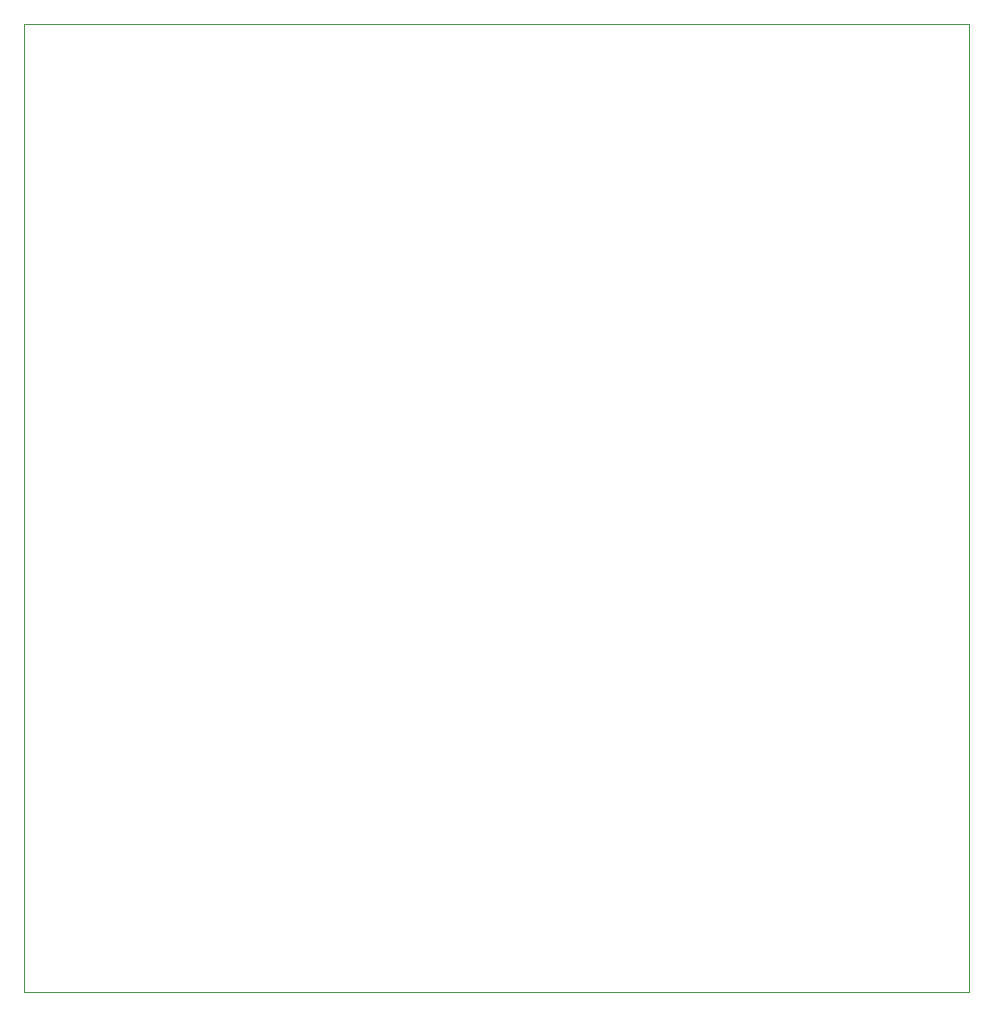
<source format=gbr>
%TF.GenerationSoftware,KiCad,Pcbnew,5.1.5+dfsg1-2build2*%
%TF.CreationDate,2020-12-26T23:47:44-08:00*%
%TF.ProjectId,motorcontroller,6d6f746f-7263-46f6-9e74-726f6c6c6572,rev?*%
%TF.SameCoordinates,Original*%
%TF.FileFunction,Profile,NP*%
%FSLAX46Y46*%
G04 Gerber Fmt 4.6, Leading zero omitted, Abs format (unit mm)*
G04 Created by KiCad (PCBNEW 5.1.5+dfsg1-2build2) date 2020-12-26 23:47:44*
%MOMM*%
%LPD*%
G04 APERTURE LIST*
%ADD10C,0.050000*%
G04 APERTURE END LIST*
D10*
X130000000Y-150000000D02*
X50000000Y-150000000D01*
X130000000Y-68000000D02*
X130000000Y-150000000D01*
X50000000Y-68000000D02*
X130000000Y-68000000D01*
X50000000Y-70000000D02*
X50000000Y-68000000D01*
X50000000Y-150000000D02*
X50000000Y-70000000D01*
M02*

</source>
